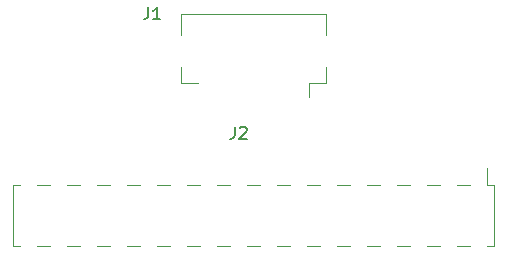
<source format=gbr>
%TF.GenerationSoftware,KiCad,Pcbnew,9.0.0*%
%TF.CreationDate,2025-10-10T10:30:39-07:00*%
%TF.ProjectId,fj-eyespi-min,666a2d65-7965-4737-9069-2d6d696e2e6b,rev?*%
%TF.SameCoordinates,Original*%
%TF.FileFunction,Legend,Top*%
%TF.FilePolarity,Positive*%
%FSLAX46Y46*%
G04 Gerber Fmt 4.6, Leading zero omitted, Abs format (unit mm)*
G04 Created by KiCad (PCBNEW 9.0.0) date 2025-10-10 10:30:39*
%MOMM*%
%LPD*%
G01*
G04 APERTURE LIST*
%ADD10C,0.150000*%
%ADD11C,0.120000*%
G04 APERTURE END LIST*
D10*
X154366666Y-86454819D02*
X154366666Y-87169104D01*
X154366666Y-87169104D02*
X154319047Y-87311961D01*
X154319047Y-87311961D02*
X154223809Y-87407200D01*
X154223809Y-87407200D02*
X154080952Y-87454819D01*
X154080952Y-87454819D02*
X153985714Y-87454819D01*
X154795238Y-86550057D02*
X154842857Y-86502438D01*
X154842857Y-86502438D02*
X154938095Y-86454819D01*
X154938095Y-86454819D02*
X155176190Y-86454819D01*
X155176190Y-86454819D02*
X155271428Y-86502438D01*
X155271428Y-86502438D02*
X155319047Y-86550057D01*
X155319047Y-86550057D02*
X155366666Y-86645295D01*
X155366666Y-86645295D02*
X155366666Y-86740533D01*
X155366666Y-86740533D02*
X155319047Y-86883390D01*
X155319047Y-86883390D02*
X154747619Y-87454819D01*
X154747619Y-87454819D02*
X155366666Y-87454819D01*
X147041666Y-76329819D02*
X147041666Y-77044104D01*
X147041666Y-77044104D02*
X146994047Y-77186961D01*
X146994047Y-77186961D02*
X146898809Y-77282200D01*
X146898809Y-77282200D02*
X146755952Y-77329819D01*
X146755952Y-77329819D02*
X146660714Y-77329819D01*
X148041666Y-77329819D02*
X147470238Y-77329819D01*
X147755952Y-77329819D02*
X147755952Y-76329819D01*
X147755952Y-76329819D02*
X147660714Y-76472676D01*
X147660714Y-76472676D02*
X147565476Y-76567914D01*
X147565476Y-76567914D02*
X147470238Y-76615533D01*
D11*
%TO.C,J2*%
X176330000Y-96575000D02*
X175760000Y-96575000D01*
X176330000Y-91375000D02*
X176330000Y-96575000D01*
X176330000Y-91375000D02*
X175760000Y-91375000D01*
X175760000Y-89935000D02*
X175760000Y-91375000D01*
X174240000Y-96575000D02*
X173220000Y-96575000D01*
X174240000Y-91375000D02*
X173220000Y-91375000D01*
X171700000Y-96575000D02*
X170680000Y-96575000D01*
X171700000Y-91375000D02*
X170680000Y-91375000D01*
X169160000Y-96575000D02*
X168140000Y-96575000D01*
X169160000Y-91375000D02*
X168140000Y-91375000D01*
X166620000Y-96575000D02*
X165600000Y-96575000D01*
X166620000Y-91375000D02*
X165600000Y-91375000D01*
X164080000Y-96575000D02*
X163060000Y-96575000D01*
X164080000Y-91375000D02*
X163060000Y-91375000D01*
X161540000Y-96575000D02*
X160520000Y-96575000D01*
X161540000Y-91375000D02*
X160520000Y-91375000D01*
X159000000Y-96575000D02*
X157980000Y-96575000D01*
X159000000Y-91375000D02*
X157980000Y-91375000D01*
X156460000Y-96575000D02*
X155440000Y-96575000D01*
X156460000Y-91375000D02*
X155440000Y-91375000D01*
X153920000Y-96575000D02*
X152900000Y-96575000D01*
X153920000Y-91375000D02*
X152900000Y-91375000D01*
X151380000Y-96575000D02*
X150360000Y-96575000D01*
X151380000Y-91375000D02*
X150360000Y-91375000D01*
X148840000Y-96575000D02*
X147820000Y-96575000D01*
X148840000Y-91375000D02*
X147820000Y-91375000D01*
X146300000Y-96575000D02*
X145280000Y-96575000D01*
X146300000Y-91375000D02*
X145280000Y-91375000D01*
X143760000Y-96575000D02*
X142740000Y-96575000D01*
X143760000Y-91375000D02*
X142740000Y-91375000D01*
X141220000Y-96575000D02*
X140200000Y-96575000D01*
X141220000Y-91375000D02*
X140200000Y-91375000D01*
X138680000Y-96575000D02*
X137660000Y-96575000D01*
X138680000Y-91375000D02*
X137660000Y-91375000D01*
X136140000Y-96575000D02*
X135570000Y-96575000D01*
X136140000Y-91375000D02*
X135570000Y-91375000D01*
X135570000Y-91375000D02*
X135570000Y-96575000D01*
%TO.C,J1*%
X149800000Y-76950000D02*
X149800000Y-78690000D01*
X149800000Y-82750000D02*
X149800000Y-81410000D01*
X151290000Y-82750000D02*
X149800000Y-82750000D01*
X160610000Y-82750000D02*
X160610000Y-83950000D01*
X160610000Y-82750000D02*
X162100000Y-82750000D01*
X162100000Y-76950000D02*
X149800000Y-76950000D01*
X162100000Y-78690000D02*
X162100000Y-76950000D01*
X162100000Y-82750000D02*
X162100000Y-81410000D01*
%TD*%
M02*

</source>
